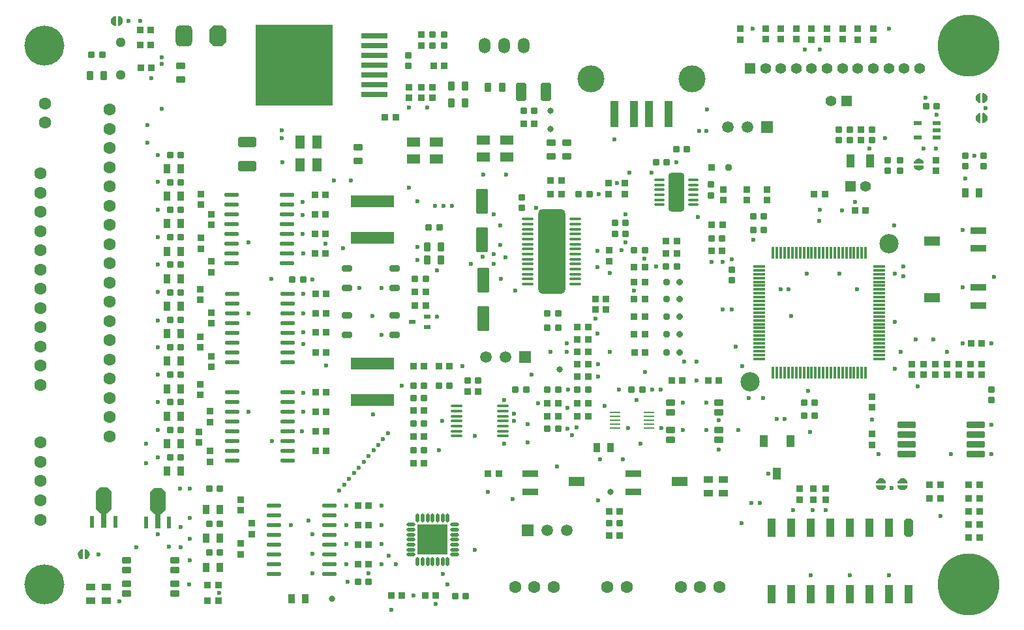
<source format=gts>
G04*
G04 #@! TF.GenerationSoftware,Altium Limited,Altium Designer,19.0.14 (431)*
G04*
G04 Layer_Color=8388736*
%FSAX24Y24*%
%MOIN*%
G70*
G01*
G75*
G04:AMPARAMS|DCode=20|XSize=126mil|YSize=63mil|CornerRadius=6.3mil|HoleSize=0mil|Usage=FLASHONLY|Rotation=90.000|XOffset=0mil|YOffset=0mil|HoleType=Round|Shape=RoundedRectangle|*
%AMROUNDEDRECTD20*
21,1,0.1260,0.0504,0,0,90.0*
21,1,0.1134,0.0630,0,0,90.0*
1,1,0.0126,0.0252,0.0567*
1,1,0.0126,0.0252,-0.0567*
1,1,0.0126,-0.0252,-0.0567*
1,1,0.0126,-0.0252,0.0567*
%
%ADD20ROUNDEDRECTD20*%
%ADD24R,0.2244X0.0630*%
%ADD28R,0.0394X0.1339*%
%ADD29P,0.0341X8X202.5*%
G04:AMPARAMS|DCode=30|XSize=31.5mil|YSize=31.5mil|CornerRadius=7.9mil|HoleSize=0mil|Usage=FLASHONLY|Rotation=180.000|XOffset=0mil|YOffset=0mil|HoleType=Round|Shape=RoundedRectangle|*
%AMROUNDEDRECTD30*
21,1,0.0315,0.0157,0,0,180.0*
21,1,0.0157,0.0315,0,0,180.0*
1,1,0.0157,-0.0079,0.0079*
1,1,0.0157,0.0079,0.0079*
1,1,0.0157,0.0079,-0.0079*
1,1,0.0157,-0.0079,-0.0079*
%
%ADD30ROUNDEDRECTD30*%
G04:AMPARAMS|DCode=31|XSize=19.7mil|YSize=70.9mil|CornerRadius=3mil|HoleSize=0mil|Usage=FLASHONLY|Rotation=90.000|XOffset=0mil|YOffset=0mil|HoleType=Round|Shape=RoundedRectangle|*
%AMROUNDEDRECTD31*
21,1,0.0197,0.0650,0,0,90.0*
21,1,0.0138,0.0709,0,0,90.0*
1,1,0.0059,0.0325,0.0069*
1,1,0.0059,0.0325,-0.0069*
1,1,0.0059,-0.0325,-0.0069*
1,1,0.0059,-0.0325,0.0069*
%
%ADD31ROUNDEDRECTD31*%
G04:AMPARAMS|DCode=32|XSize=96.1mil|YSize=44.5mil|CornerRadius=0mil|HoleSize=0mil|Usage=FLASHONLY|Rotation=270.000|XOffset=0mil|YOffset=0mil|HoleType=Round|Shape=Octagon|*
%AMOCTAGOND32*
4,1,8,-0.0111,-0.0480,0.0111,-0.0480,0.0222,-0.0369,0.0222,0.0369,0.0111,0.0480,-0.0111,0.0480,-0.0222,0.0369,-0.0222,-0.0369,-0.0111,-0.0480,0.0*
%
%ADD32OCTAGOND32*%

%ADD33R,0.0445X0.0961*%
G04:AMPARAMS|DCode=34|XSize=78.7mil|YSize=133.9mil|CornerRadius=0mil|HoleSize=0mil|Usage=FLASHONLY|Rotation=180.000|XOffset=0mil|YOffset=0mil|HoleType=Round|Shape=Octagon|*
%AMOCTAGOND34*
4,1,8,0.0197,-0.0669,-0.0197,-0.0669,-0.0394,-0.0472,-0.0394,0.0472,-0.0197,0.0669,0.0197,0.0669,0.0394,0.0472,0.0394,-0.0472,0.0197,-0.0669,0.0*
%
%ADD34OCTAGOND34*%

%ADD35R,0.0236X0.0591*%
%ADD36R,0.0276X0.0787*%
%ADD38R,0.3937X0.4154*%
%ADD39R,0.1378X0.0315*%
G04:AMPARAMS|DCode=40|XSize=11.8mil|YSize=59.1mil|CornerRadius=1.8mil|HoleSize=0mil|Usage=FLASHONLY|Rotation=270.000|XOffset=0mil|YOffset=0mil|HoleType=Round|Shape=RoundedRectangle|*
%AMROUNDEDRECTD40*
21,1,0.0118,0.0555,0,0,270.0*
21,1,0.0083,0.0591,0,0,270.0*
1,1,0.0035,-0.0278,-0.0041*
1,1,0.0035,-0.0278,0.0041*
1,1,0.0035,0.0278,0.0041*
1,1,0.0035,0.0278,-0.0041*
%
%ADD40ROUNDEDRECTD40*%
G04:AMPARAMS|DCode=41|XSize=433.1mil|YSize=137.8mil|CornerRadius=20.7mil|HoleSize=0mil|Usage=FLASHONLY|Rotation=270.000|XOffset=0mil|YOffset=0mil|HoleType=Round|Shape=RoundedRectangle|*
%AMROUNDEDRECTD41*
21,1,0.4331,0.0965,0,0,270.0*
21,1,0.3917,0.1378,0,0,270.0*
1,1,0.0413,-0.0482,-0.1959*
1,1,0.0413,-0.0482,0.1959*
1,1,0.0413,0.0482,0.1959*
1,1,0.0413,0.0482,-0.1959*
%
%ADD41ROUNDEDRECTD41*%
%ADD42R,0.0394X0.0709*%
G04:AMPARAMS|DCode=43|XSize=21.7mil|YSize=43.3mil|CornerRadius=2.2mil|HoleSize=0mil|Usage=FLASHONLY|Rotation=90.000|XOffset=0mil|YOffset=0mil|HoleType=Round|Shape=RoundedRectangle|*
%AMROUNDEDRECTD43*
21,1,0.0217,0.0390,0,0,90.0*
21,1,0.0173,0.0433,0,0,90.0*
1,1,0.0043,0.0195,0.0087*
1,1,0.0043,0.0195,-0.0087*
1,1,0.0043,-0.0195,-0.0087*
1,1,0.0043,-0.0195,0.0087*
%
%ADD43ROUNDEDRECTD43*%
G04:AMPARAMS|DCode=44|XSize=13.8mil|YSize=51.2mil|CornerRadius=2.1mil|HoleSize=0mil|Usage=FLASHONLY|Rotation=90.000|XOffset=0mil|YOffset=0mil|HoleType=Round|Shape=RoundedRectangle|*
%AMROUNDEDRECTD44*
21,1,0.0138,0.0470,0,0,90.0*
21,1,0.0096,0.0512,0,0,90.0*
1,1,0.0041,0.0235,0.0048*
1,1,0.0041,0.0235,-0.0048*
1,1,0.0041,-0.0235,-0.0048*
1,1,0.0041,-0.0235,0.0048*
%
%ADD44ROUNDEDRECTD44*%
G04:AMPARAMS|DCode=45|XSize=196.9mil|YSize=78.7mil|CornerRadius=11.8mil|HoleSize=0mil|Usage=FLASHONLY|Rotation=90.000|XOffset=0mil|YOffset=0mil|HoleType=Round|Shape=RoundedRectangle|*
%AMROUNDEDRECTD45*
21,1,0.1969,0.0551,0,0,90.0*
21,1,0.1732,0.0787,0,0,90.0*
1,1,0.0236,0.0276,0.0866*
1,1,0.0236,0.0276,-0.0866*
1,1,0.0236,-0.0276,-0.0866*
1,1,0.0236,-0.0276,0.0866*
%
%ADD45ROUNDEDRECTD45*%
%ADD46C,0.0079*%
G04:AMPARAMS|DCode=47|XSize=9.8mil|YSize=51.2mil|CornerRadius=1.5mil|HoleSize=0mil|Usage=FLASHONLY|Rotation=270.000|XOffset=0mil|YOffset=0mil|HoleType=Round|Shape=RoundedRectangle|*
%AMROUNDEDRECTD47*
21,1,0.0098,0.0482,0,0,270.0*
21,1,0.0069,0.0512,0,0,270.0*
1,1,0.0030,-0.0241,-0.0034*
1,1,0.0030,-0.0241,0.0034*
1,1,0.0030,0.0241,0.0034*
1,1,0.0030,0.0241,-0.0034*
%
%ADD47ROUNDEDRECTD47*%
G04:AMPARAMS|DCode=48|XSize=39.4mil|YSize=63mil|CornerRadius=3.9mil|HoleSize=0mil|Usage=FLASHONLY|Rotation=0.000|XOffset=0mil|YOffset=0mil|HoleType=Round|Shape=RoundedRectangle|*
%AMROUNDEDRECTD48*
21,1,0.0394,0.0551,0,0,0.0*
21,1,0.0315,0.0630,0,0,0.0*
1,1,0.0079,0.0157,-0.0276*
1,1,0.0079,-0.0157,-0.0276*
1,1,0.0079,-0.0157,0.0276*
1,1,0.0079,0.0157,0.0276*
%
%ADD48ROUNDEDRECTD48*%
%ADD49R,0.0787X0.0354*%
%ADD50R,0.0787X0.0512*%
G04:AMPARAMS|DCode=51|XSize=31.5mil|YSize=47.2mil|CornerRadius=4.7mil|HoleSize=0mil|Usage=FLASHONLY|Rotation=270.000|XOffset=0mil|YOffset=0mil|HoleType=Round|Shape=RoundedRectangle|*
%AMROUNDEDRECTD51*
21,1,0.0315,0.0378,0,0,270.0*
21,1,0.0220,0.0472,0,0,270.0*
1,1,0.0094,-0.0189,-0.0110*
1,1,0.0094,-0.0189,0.0110*
1,1,0.0094,0.0189,0.0110*
1,1,0.0094,0.0189,-0.0110*
%
%ADD51ROUNDEDRECTD51*%
G04:AMPARAMS|DCode=53|XSize=85mil|YSize=108mil|CornerRadius=0mil|HoleSize=0mil|Usage=FLASHONLY|Rotation=180.000|XOffset=0mil|YOffset=0mil|HoleType=Round|Shape=Octagon|*
%AMOCTAGOND53*
4,1,8,0.0213,-0.0540,-0.0213,-0.0540,-0.0425,-0.0327,-0.0425,0.0327,-0.0213,0.0540,0.0213,0.0540,0.0425,0.0327,0.0425,-0.0327,0.0213,-0.0540,0.0*
%
%ADD53OCTAGOND53*%

G04:AMPARAMS|DCode=54|XSize=85mil|YSize=108mil|CornerRadius=21.3mil|HoleSize=0mil|Usage=FLASHONLY|Rotation=180.000|XOffset=0mil|YOffset=0mil|HoleType=Round|Shape=RoundedRectangle|*
%AMROUNDEDRECTD54*
21,1,0.0850,0.0655,0,0,180.0*
21,1,0.0425,0.1080,0,0,180.0*
1,1,0.0425,-0.0213,0.0327*
1,1,0.0425,0.0213,0.0327*
1,1,0.0425,0.0213,-0.0327*
1,1,0.0425,-0.0213,-0.0327*
%
%ADD54ROUNDEDRECTD54*%
%ADD59P,0.0384X8X202.5*%
G04:AMPARAMS|DCode=60|XSize=35.4mil|YSize=35.4mil|CornerRadius=5.3mil|HoleSize=0mil|Usage=FLASHONLY|Rotation=180.000|XOffset=0mil|YOffset=0mil|HoleType=Round|Shape=RoundedRectangle|*
%AMROUNDEDRECTD60*
21,1,0.0354,0.0248,0,0,180.0*
21,1,0.0248,0.0354,0,0,180.0*
1,1,0.0106,-0.0124,0.0124*
1,1,0.0106,0.0124,0.0124*
1,1,0.0106,0.0124,-0.0124*
1,1,0.0106,-0.0124,-0.0124*
%
%ADD60ROUNDEDRECTD60*%
%ADD61R,0.0669X0.0512*%
G04:AMPARAMS|DCode=62|XSize=21.7mil|YSize=35.4mil|CornerRadius=2.2mil|HoleSize=0mil|Usage=FLASHONLY|Rotation=90.000|XOffset=0mil|YOffset=0mil|HoleType=Round|Shape=RoundedRectangle|*
%AMROUNDEDRECTD62*
21,1,0.0217,0.0311,0,0,90.0*
21,1,0.0173,0.0354,0,0,90.0*
1,1,0.0043,0.0156,0.0087*
1,1,0.0043,0.0156,-0.0087*
1,1,0.0043,-0.0156,-0.0087*
1,1,0.0043,-0.0156,0.0087*
%
%ADD62ROUNDEDRECTD62*%
G04:AMPARAMS|DCode=63|XSize=31.5mil|YSize=51.2mil|CornerRadius=4.7mil|HoleSize=0mil|Usage=FLASHONLY|Rotation=90.000|XOffset=0mil|YOffset=0mil|HoleType=Round|Shape=RoundedRectangle|*
%AMROUNDEDRECTD63*
21,1,0.0315,0.0417,0,0,90.0*
21,1,0.0220,0.0512,0,0,90.0*
1,1,0.0094,0.0209,0.0110*
1,1,0.0094,0.0209,-0.0110*
1,1,0.0094,-0.0209,-0.0110*
1,1,0.0094,-0.0209,0.0110*
%
%ADD63ROUNDEDRECTD63*%
%ADD66R,0.0512X0.0669*%
%ADD68C,0.0984*%
%ADD69R,0.0335X0.0354*%
%ADD70R,0.0354X0.0335*%
G04:AMPARAMS|DCode=71|XSize=33.5mil|YSize=33.5mil|CornerRadius=4.9mil|HoleSize=0mil|Usage=FLASHONLY|Rotation=270.000|XOffset=0mil|YOffset=0mil|HoleType=Round|Shape=RoundedRectangle|*
%AMROUNDEDRECTD71*
21,1,0.0335,0.0236,0,0,270.0*
21,1,0.0236,0.0335,0,0,270.0*
1,1,0.0098,-0.0118,-0.0118*
1,1,0.0098,-0.0118,0.0118*
1,1,0.0098,0.0118,0.0118*
1,1,0.0098,0.0118,-0.0118*
%
%ADD71ROUNDEDRECTD71*%
%ADD72O,0.0449X0.0201*%
%ADD73O,0.0201X0.0449*%
%ADD74R,0.1575X0.1575*%
G04:AMPARAMS|DCode=75|XSize=47.2mil|YSize=35.4mil|CornerRadius=5.1mil|HoleSize=0mil|Usage=FLASHONLY|Rotation=90.000|XOffset=0mil|YOffset=0mil|HoleType=Round|Shape=RoundedRectangle|*
%AMROUNDEDRECTD75*
21,1,0.0472,0.0252,0,0,90.0*
21,1,0.0370,0.0354,0,0,90.0*
1,1,0.0102,0.0126,0.0185*
1,1,0.0102,0.0126,-0.0185*
1,1,0.0102,-0.0126,-0.0185*
1,1,0.0102,-0.0126,0.0185*
%
%ADD75ROUNDEDRECTD75*%
G04:AMPARAMS|DCode=76|XSize=31.5mil|YSize=94.5mil|CornerRadius=4.7mil|HoleSize=0mil|Usage=FLASHONLY|Rotation=270.000|XOffset=0mil|YOffset=0mil|HoleType=Round|Shape=RoundedRectangle|*
%AMROUNDEDRECTD76*
21,1,0.0315,0.0850,0,0,270.0*
21,1,0.0220,0.0945,0,0,270.0*
1,1,0.0094,-0.0425,-0.0110*
1,1,0.0094,-0.0425,0.0110*
1,1,0.0094,0.0425,0.0110*
1,1,0.0094,0.0425,-0.0110*
%
%ADD76ROUNDEDRECTD76*%
%ADD77C,0.0159*%
%ADD78R,0.0512X0.0354*%
G04:AMPARAMS|DCode=79|XSize=51.2mil|YSize=94.5mil|CornerRadius=6.7mil|HoleSize=0mil|Usage=FLASHONLY|Rotation=270.000|XOffset=0mil|YOffset=0mil|HoleType=Round|Shape=RoundedRectangle|*
%AMROUNDEDRECTD79*
21,1,0.0512,0.0811,0,0,270.0*
21,1,0.0378,0.0945,0,0,270.0*
1,1,0.0134,-0.0406,-0.0189*
1,1,0.0134,-0.0406,0.0189*
1,1,0.0134,0.0406,0.0189*
1,1,0.0134,0.0406,-0.0189*
%
%ADD79ROUNDEDRECTD79*%
G04:AMPARAMS|DCode=80|XSize=33.5mil|YSize=33.5mil|CornerRadius=4.9mil|HoleSize=0mil|Usage=FLASHONLY|Rotation=180.000|XOffset=0mil|YOffset=0mil|HoleType=Round|Shape=RoundedRectangle|*
%AMROUNDEDRECTD80*
21,1,0.0335,0.0236,0,0,180.0*
21,1,0.0236,0.0335,0,0,180.0*
1,1,0.0098,-0.0118,0.0118*
1,1,0.0098,0.0118,0.0118*
1,1,0.0098,0.0118,-0.0118*
1,1,0.0098,-0.0118,-0.0118*
%
%ADD80ROUNDEDRECTD80*%
%ADD81C,0.0315*%
%ADD82O,0.0626X0.0154*%
%ADD83O,0.0154X0.0626*%
%ADD84R,0.0354X0.0512*%
G04:AMPARAMS|DCode=85|XSize=47.2mil|YSize=35.4mil|CornerRadius=5.1mil|HoleSize=0mil|Usage=FLASHONLY|Rotation=0.000|XOffset=0mil|YOffset=0mil|HoleType=Round|Shape=RoundedRectangle|*
%AMROUNDEDRECTD85*
21,1,0.0472,0.0252,0,0,0.0*
21,1,0.0370,0.0354,0,0,0.0*
1,1,0.0102,0.0185,-0.0126*
1,1,0.0102,-0.0185,-0.0126*
1,1,0.0102,-0.0185,0.0126*
1,1,0.0102,0.0185,0.0126*
%
%ADD85ROUNDEDRECTD85*%
G04:AMPARAMS|DCode=86|XSize=51.2mil|YSize=94.5mil|CornerRadius=6.7mil|HoleSize=0mil|Usage=FLASHONLY|Rotation=180.000|XOffset=0mil|YOffset=0mil|HoleType=Round|Shape=RoundedRectangle|*
%AMROUNDEDRECTD86*
21,1,0.0512,0.0811,0,0,180.0*
21,1,0.0378,0.0945,0,0,180.0*
1,1,0.0134,-0.0189,0.0406*
1,1,0.0134,0.0189,0.0406*
1,1,0.0134,0.0189,-0.0406*
1,1,0.0134,-0.0189,-0.0406*
%
%ADD86ROUNDEDRECTD86*%
%ADD87C,0.0236*%
%ADD88C,0.2047*%
%ADD89C,0.1378*%
%ADD90C,0.0551*%
%ADD91R,0.0551X0.0551*%
%ADD92R,0.0591X0.0591*%
%ADD93C,0.0591*%
%ADD94O,0.0591X0.0787*%
%ADD95C,0.0630*%
%ADD96C,0.3150*%
%ADD97C,0.0512*%
G36*
X005619Y031037D02*
X005619Y030531D01*
X005610Y030531D01*
X005591Y030533D01*
X005572Y030536D01*
X005554Y030540D01*
X005545Y030543D01*
X005545Y030543D01*
X005499Y030557D01*
X005424Y030615D01*
X005375Y030697D01*
X005360Y030791D01*
X005369Y030837D01*
Y030837D01*
X005376Y030881D01*
X005421Y030958D01*
X005491Y031013D01*
X005575Y031040D01*
X005619Y031037D01*
D02*
G37*
G36*
X005848Y031013D02*
X005917Y030958D01*
X005962Y030881D01*
X005969Y030837D01*
X005969Y030837D01*
X005979Y030791D01*
X005963Y030697D01*
X005914Y030615D01*
X005840Y030557D01*
X005794Y030543D01*
X005794Y030543D01*
X005785Y030540D01*
X005766Y030536D01*
X005748Y030533D01*
X005729Y030531D01*
X005719Y030531D01*
X005719Y031037D01*
X005764Y031040D01*
X005848Y031013D01*
D02*
G37*
G36*
X049814Y027100D02*
X049814Y026594D01*
X049804Y026594D01*
X049785Y026596D01*
X049767Y026599D01*
X049748Y026603D01*
X049739Y026606D01*
X049739Y026606D01*
X049694Y026620D01*
X049619Y026678D01*
X049570Y026760D01*
X049554Y026854D01*
X049564Y026900D01*
Y026900D01*
X049571Y026944D01*
X049616Y027021D01*
X049685Y027076D01*
X049770Y027103D01*
X049814Y027100D01*
D02*
G37*
G36*
X050043Y027076D02*
X050112Y027021D01*
X050157Y026944D01*
X050164Y026900D01*
X050164Y026900D01*
X050173Y026854D01*
X050158Y026760D01*
X050109Y026678D01*
X050034Y026620D01*
X049989Y026606D01*
X049989Y026606D01*
X049979Y026603D01*
X049961Y026599D01*
X049942Y026596D01*
X049923Y026594D01*
X049914Y026594D01*
X049914Y027100D01*
X049958Y027103D01*
X050043Y027076D01*
D02*
G37*
G36*
X049814Y026076D02*
X049814Y025571D01*
X049804Y025571D01*
X049785Y025572D01*
X049767Y025575D01*
X049748Y025579D01*
X049739Y025582D01*
X049739Y025582D01*
X049694Y025596D01*
X049619Y025655D01*
X049570Y025736D01*
X049554Y025830D01*
X049564Y025877D01*
Y025877D01*
X049571Y025921D01*
X049616Y025997D01*
X049685Y026052D01*
X049770Y026079D01*
X049814Y026076D01*
D02*
G37*
G36*
X050043Y026052D02*
X050112Y025997D01*
X050157Y025921D01*
X050164Y025877D01*
X050164Y025877D01*
X050173Y025830D01*
X050158Y025736D01*
X050109Y025655D01*
X050034Y025596D01*
X049989Y025582D01*
X049989Y025582D01*
X049979Y025579D01*
X049961Y025575D01*
X049942Y025572D01*
X049923Y025571D01*
X049914Y025571D01*
X049914Y026076D01*
X049958Y026079D01*
X050043Y026052D01*
D02*
G37*
G36*
X046744Y023740D02*
X046826Y023692D01*
X046884Y023617D01*
X046898Y023571D01*
X046898Y023571D01*
X046901Y023562D01*
X046905Y023544D01*
X046908Y023525D01*
X046909Y023506D01*
X046909Y023496D01*
X046404Y023496D01*
X046401Y023541D01*
X046428Y023625D01*
X046483Y023695D01*
X046560Y023739D01*
X046604Y023746D01*
X046604Y023746D01*
X046650Y023756D01*
X046744Y023740D01*
D02*
G37*
G36*
X046909Y023387D02*
X046908Y023368D01*
X046905Y023349D01*
X046901Y023331D01*
X046898Y023322D01*
X046898Y023322D01*
X046884Y023276D01*
X046826Y023201D01*
X046744Y023153D01*
X046650Y023137D01*
X046604Y023146D01*
X046604D01*
X046560Y023154D01*
X046483Y023198D01*
X046428Y023268D01*
X046401Y023352D01*
X046404Y023396D01*
X046909Y023396D01*
X046909Y023387D01*
D02*
G37*
G36*
X045917Y007380D02*
X045999Y007332D01*
X046057Y007257D01*
X046071Y007211D01*
X046071Y007211D01*
X046074Y007202D01*
X046078Y007184D01*
X046081Y007165D01*
X046083Y007146D01*
X046083Y007137D01*
X045577Y007137D01*
X045575Y007181D01*
X045601Y007265D01*
X045657Y007335D01*
X045733Y007379D01*
X045777Y007387D01*
X045777Y007387D01*
X045823Y007396D01*
X045917Y007380D01*
D02*
G37*
G36*
X044815D02*
X044896Y007332D01*
X044955Y007257D01*
X044969Y007211D01*
X044969Y007211D01*
X044972Y007202D01*
X044976Y007184D01*
X044979Y007165D01*
X044980Y007146D01*
X044980Y007137D01*
X044475Y007137D01*
X044472Y007181D01*
X044499Y007265D01*
X044554Y007335D01*
X044631Y007379D01*
X044674Y007387D01*
X044674Y007387D01*
X044721Y007396D01*
X044815Y007380D01*
D02*
G37*
G36*
X046083Y007027D02*
X046081Y007008D01*
X046078Y006989D01*
X046074Y006971D01*
X046071Y006962D01*
X046071Y006962D01*
X046057Y006916D01*
X045999Y006841D01*
X045917Y006793D01*
X045823Y006777D01*
X045777Y006787D01*
X045777D01*
X045733Y006794D01*
X045657Y006839D01*
X045601Y006908D01*
X045575Y006992D01*
X045577Y007037D01*
X046083Y007037D01*
X046083Y007027D01*
D02*
G37*
G36*
X044980D02*
X044979Y007008D01*
X044976Y006989D01*
X044972Y006971D01*
X044969Y006962D01*
X044969Y006962D01*
X044955Y006916D01*
X044896Y006841D01*
X044815Y006793D01*
X044721Y006777D01*
X044674Y006787D01*
X044674D01*
X044631Y006794D01*
X044554Y006839D01*
X044499Y006908D01*
X044472Y006992D01*
X044475Y007037D01*
X044980Y007037D01*
X044980Y007027D01*
D02*
G37*
G36*
X003926Y003753D02*
X003926Y003248D01*
X003917Y003248D01*
X003898Y003249D01*
X003879Y003252D01*
X003861Y003257D01*
X003852Y003259D01*
X003852Y003259D01*
X003806Y003273D01*
X003731Y003332D01*
X003683Y003414D01*
X003667Y003507D01*
X003676Y003554D01*
Y003554D01*
X003684Y003598D01*
X003728Y003674D01*
X003798Y003729D01*
X003882Y003756D01*
X003926Y003753D01*
D02*
G37*
G36*
X004155Y003729D02*
X004224Y003674D01*
X004269Y003598D01*
X004276Y003554D01*
X004276Y003554D01*
X004286Y003507D01*
X004270Y003414D01*
X004222Y003332D01*
X004147Y003273D01*
X004101Y003259D01*
X004101Y003259D01*
X004092Y003257D01*
X004074Y003252D01*
X004055Y003249D01*
X004036Y003248D01*
X004026Y003248D01*
X004026Y003753D01*
X004071Y003756D01*
X004155Y003729D01*
D02*
G37*
D20*
X024390Y017520D02*
D03*
Y015551D02*
D03*
X024331Y021575D02*
D03*
Y019606D02*
D03*
D24*
X018740Y021555D02*
D03*
Y019705D02*
D03*
Y013248D02*
D03*
Y011398D02*
D03*
D28*
X033858Y026024D02*
D03*
X031102D02*
D03*
X032087D02*
D03*
X032874D02*
D03*
D29*
X034449Y017441D02*
D03*
Y013819D02*
D03*
Y016549D02*
D03*
Y015669D02*
D03*
Y014764D02*
D03*
D30*
X033780Y017441D02*
D03*
Y013819D02*
D03*
Y016549D02*
D03*
Y015669D02*
D03*
Y014764D02*
D03*
D31*
X014370Y021896D02*
D03*
X011535D02*
D03*
X014370Y021396D02*
D03*
X011535D02*
D03*
Y020896D02*
D03*
X014370D02*
D03*
X011535Y020396D02*
D03*
X014370D02*
D03*
X011535Y019896D02*
D03*
X014370D02*
D03*
X011535Y019396D02*
D03*
X014370D02*
D03*
X011535Y018896D02*
D03*
X014370D02*
D03*
X011535Y018396D02*
D03*
X014370D02*
D03*
X014409Y008287D02*
D03*
X011575D02*
D03*
X014409Y008787D02*
D03*
X011575D02*
D03*
X014409Y009287D02*
D03*
X011575D02*
D03*
X014409Y009787D02*
D03*
X011575D02*
D03*
X014409Y010287D02*
D03*
X011575D02*
D03*
X014409Y010787D02*
D03*
X011575D02*
D03*
Y011287D02*
D03*
X014409D02*
D03*
X011575Y011787D02*
D03*
X014409D02*
D03*
Y016829D02*
D03*
X011575D02*
D03*
X014409Y016329D02*
D03*
X011575D02*
D03*
Y015829D02*
D03*
X014409D02*
D03*
X011575Y015329D02*
D03*
X014409D02*
D03*
X011575Y014829D02*
D03*
X014409D02*
D03*
X011575Y014329D02*
D03*
X014409D02*
D03*
X011575Y013829D02*
D03*
X014409D02*
D03*
X011575Y013329D02*
D03*
X014409D02*
D03*
X016535Y002494D02*
D03*
X013701D02*
D03*
X016535Y002994D02*
D03*
X013701D02*
D03*
X016535Y003494D02*
D03*
X013701D02*
D03*
X016535Y003994D02*
D03*
X013701D02*
D03*
X016535Y004494D02*
D03*
X013701D02*
D03*
X016535Y004994D02*
D03*
X013701D02*
D03*
Y005494D02*
D03*
X016535D02*
D03*
X013701Y005994D02*
D03*
X016535D02*
D03*
D32*
X046134Y004843D02*
D03*
D33*
X045134D02*
D03*
X044134D02*
D03*
X043134D02*
D03*
X042134D02*
D03*
X041134D02*
D03*
X040134D02*
D03*
X039134D02*
D03*
X046134Y001457D02*
D03*
X045134D02*
D03*
X044134D02*
D03*
X043134D02*
D03*
X042134D02*
D03*
X041134D02*
D03*
X040134D02*
D03*
X039134D02*
D03*
D34*
X007756Y006220D02*
D03*
X005000Y006260D02*
D03*
D35*
X008346Y005118D02*
D03*
X007165D02*
D03*
X004409Y005157D02*
D03*
X005591D02*
D03*
D36*
X007756Y005217D02*
D03*
X005000Y005256D02*
D03*
D38*
X014724Y028539D02*
D03*
D39*
X018819Y030039D02*
D03*
Y029539D02*
D03*
Y029039D02*
D03*
Y028539D02*
D03*
Y028039D02*
D03*
Y027539D02*
D03*
Y027039D02*
D03*
D40*
X029110Y017323D02*
D03*
Y017579D02*
D03*
Y017835D02*
D03*
Y018091D02*
D03*
Y018346D02*
D03*
Y018602D02*
D03*
Y018858D02*
D03*
Y019114D02*
D03*
Y019370D02*
D03*
Y019626D02*
D03*
Y019882D02*
D03*
Y020138D02*
D03*
Y020394D02*
D03*
Y020650D02*
D03*
X026669Y017323D02*
D03*
Y017579D02*
D03*
Y017835D02*
D03*
Y018091D02*
D03*
Y018346D02*
D03*
Y018602D02*
D03*
Y018858D02*
D03*
Y019114D02*
D03*
Y019370D02*
D03*
Y019626D02*
D03*
Y019882D02*
D03*
Y020138D02*
D03*
Y020394D02*
D03*
Y020650D02*
D03*
X025394Y009547D02*
D03*
Y009803D02*
D03*
Y010059D02*
D03*
Y010315D02*
D03*
Y010571D02*
D03*
Y010827D02*
D03*
Y011083D02*
D03*
X023031Y009547D02*
D03*
Y009803D02*
D03*
Y010059D02*
D03*
Y010315D02*
D03*
Y010571D02*
D03*
Y010827D02*
D03*
Y011083D02*
D03*
D41*
X027890Y018986D02*
D03*
D42*
X043169Y023622D02*
D03*
X044154D02*
D03*
D43*
X046614Y024823D02*
D03*
Y025571D02*
D03*
X047559D02*
D03*
Y025197D02*
D03*
Y024823D02*
D03*
D44*
X035118Y022146D02*
D03*
Y022402D02*
D03*
Y022657D02*
D03*
Y021890D02*
D03*
X033386D02*
D03*
Y022146D02*
D03*
Y022402D02*
D03*
Y022657D02*
D03*
Y021634D02*
D03*
Y021378D02*
D03*
X035118D02*
D03*
Y021634D02*
D03*
D45*
X034252Y022018D02*
D03*
D46*
X044724Y006911D02*
D03*
X005494Y030787D02*
D03*
X049688Y025827D02*
D03*
X046654Y023271D02*
D03*
X049688Y026850D02*
D03*
X045827Y006911D02*
D03*
X003801Y003504D02*
D03*
D47*
X031142Y010748D02*
D03*
Y010551D02*
D03*
Y010354D02*
D03*
Y010157D02*
D03*
Y009961D02*
D03*
X032874Y010748D02*
D03*
Y010551D02*
D03*
Y010354D02*
D03*
Y010157D02*
D03*
Y009961D02*
D03*
D48*
X039409Y007638D02*
D03*
X040098Y009291D02*
D03*
X038720D02*
D03*
D49*
X049685Y017156D02*
D03*
Y016230D02*
D03*
X032070Y007628D02*
D03*
Y006703D02*
D03*
X026811D02*
D03*
Y007628D02*
D03*
X049685Y019144D02*
D03*
Y020069D02*
D03*
D50*
X047323Y016624D02*
D03*
X034433Y007234D02*
D03*
X029173D02*
D03*
X047323Y019537D02*
D03*
D51*
X036437Y011260D02*
D03*
Y010760D02*
D03*
X033957D02*
D03*
Y011260D02*
D03*
X008642Y002703D02*
D03*
Y003203D02*
D03*
X006161D02*
D03*
Y002703D02*
D03*
Y001482D02*
D03*
Y001982D02*
D03*
X008642D02*
D03*
Y001482D02*
D03*
X033957Y009856D02*
D03*
Y009356D02*
D03*
X036437D02*
D03*
Y009856D02*
D03*
D53*
X010831Y030020D02*
D03*
D54*
X009091D02*
D03*
D59*
X036929Y023307D02*
D03*
D60*
X036063D02*
D03*
D61*
X024409Y023819D02*
D03*
X025591D02*
D03*
X024409Y024685D02*
D03*
X025591D02*
D03*
X020827Y023740D02*
D03*
X022008D02*
D03*
X020827Y024606D02*
D03*
X022008D02*
D03*
D62*
X021516Y015138D02*
D03*
Y015650D02*
D03*
X020768Y015394D02*
D03*
D63*
X017441Y017138D02*
D03*
Y018138D02*
D03*
X019882D02*
D03*
Y017138D02*
D03*
Y014736D02*
D03*
Y015736D02*
D03*
X017441D02*
D03*
Y014736D02*
D03*
D66*
X015906Y023425D02*
D03*
Y024606D02*
D03*
X015039Y023425D02*
D03*
Y024606D02*
D03*
D68*
X038031Y012323D02*
D03*
X045118Y019409D02*
D03*
D69*
X029764Y010551D02*
D03*
X029213D02*
D03*
X020906Y016220D02*
D03*
X021457D02*
D03*
X028228Y010551D02*
D03*
X027677D02*
D03*
X020906Y016914D02*
D03*
X021457D02*
D03*
X030669Y016024D02*
D03*
X030118D02*
D03*
X007402Y030315D02*
D03*
X006850D02*
D03*
X049764Y007047D02*
D03*
X049213D02*
D03*
Y006352D02*
D03*
X049764D02*
D03*
X049331Y014291D02*
D03*
X049882D02*
D03*
X033740Y019528D02*
D03*
X034291D02*
D03*
Y018883D02*
D03*
X033740D02*
D03*
X049213Y004370D02*
D03*
X049764D02*
D03*
Y005031D02*
D03*
X049213D02*
D03*
Y005691D02*
D03*
X049764D02*
D03*
X047756Y006352D02*
D03*
X047205D02*
D03*
Y007047D02*
D03*
X047756D02*
D03*
X032657Y016549D02*
D03*
X032106D02*
D03*
Y015656D02*
D03*
X032657D02*
D03*
Y014764D02*
D03*
X032106D02*
D03*
Y017441D02*
D03*
X032657D02*
D03*
X019921Y025866D02*
D03*
X019370D02*
D03*
X021852Y028504D02*
D03*
X022404D02*
D03*
X016378Y008780D02*
D03*
X015827D02*
D03*
Y009803D02*
D03*
X016378D02*
D03*
Y010787D02*
D03*
X015827D02*
D03*
Y011787D02*
D03*
X016378D02*
D03*
X018543Y002992D02*
D03*
X017992D02*
D03*
Y004002D02*
D03*
X018543D02*
D03*
Y005000D02*
D03*
X017992D02*
D03*
Y006002D02*
D03*
X018543D02*
D03*
X016378Y016829D02*
D03*
X015827D02*
D03*
Y015827D02*
D03*
X016378D02*
D03*
Y014843D02*
D03*
X015827D02*
D03*
Y013819D02*
D03*
X016378D02*
D03*
X016339Y021896D02*
D03*
X015787D02*
D03*
Y020896D02*
D03*
X016339D02*
D03*
Y019896D02*
D03*
X015787D02*
D03*
X015785Y018884D02*
D03*
X016337D02*
D03*
X007441Y028386D02*
D03*
X006890D02*
D03*
X020825Y009528D02*
D03*
X021376D02*
D03*
X020825Y008150D02*
D03*
X021376D02*
D03*
X028228Y011220D02*
D03*
X027677D02*
D03*
X029213D02*
D03*
X029764D02*
D03*
X020825Y010844D02*
D03*
X021376D02*
D03*
X031378Y004449D02*
D03*
X030827D02*
D03*
X021378Y013110D02*
D03*
X020827D02*
D03*
X030827Y005709D02*
D03*
X031378D02*
D03*
X022677Y013110D02*
D03*
X022126D02*
D03*
X025197Y007638D02*
D03*
X024646D02*
D03*
X029213Y015118D02*
D03*
X029764D02*
D03*
X030118Y016575D02*
D03*
X030669D02*
D03*
X032657Y018189D02*
D03*
X032106D02*
D03*
X027835Y022638D02*
D03*
X028386D02*
D03*
X029760Y014488D02*
D03*
X029209D02*
D03*
X027835Y021929D02*
D03*
X028386D02*
D03*
X029213Y013228D02*
D03*
X029764D02*
D03*
X029213Y012598D02*
D03*
X029764D02*
D03*
X043937Y021102D02*
D03*
X043386D02*
D03*
X041299Y021929D02*
D03*
X041850D02*
D03*
X036616Y020354D02*
D03*
X036065D02*
D03*
X010315Y001929D02*
D03*
X010866D02*
D03*
X029760Y013858D02*
D03*
X029209D02*
D03*
X010866Y001128D02*
D03*
X010315D02*
D03*
X034579Y012402D02*
D03*
X034028D02*
D03*
X036437D02*
D03*
X035886D02*
D03*
X023583Y011811D02*
D03*
X024134D02*
D03*
X019685Y001378D02*
D03*
X020236D02*
D03*
X021417D02*
D03*
X021969D02*
D03*
X026457Y025512D02*
D03*
X027008D02*
D03*
X006850Y029567D02*
D03*
X007402D02*
D03*
X036063Y019016D02*
D03*
X036614D02*
D03*
X032677Y013819D02*
D03*
X032126D02*
D03*
D70*
X043698Y025236D02*
D03*
Y024685D02*
D03*
X049285Y013228D02*
D03*
Y012677D02*
D03*
X043543Y029842D02*
D03*
Y030394D02*
D03*
X041968Y030394D02*
D03*
Y029843D02*
D03*
X039606D02*
D03*
Y030394D02*
D03*
X038819D02*
D03*
Y029843D02*
D03*
X037520Y029842D02*
D03*
Y030394D02*
D03*
X041181D02*
D03*
Y029842D02*
D03*
X049882Y012677D02*
D03*
Y013228D02*
D03*
X044252Y011024D02*
D03*
Y011575D02*
D03*
Y009646D02*
D03*
Y009094D02*
D03*
X046299Y012677D02*
D03*
Y013228D02*
D03*
X037874Y021614D02*
D03*
Y022165D02*
D03*
X040551Y006850D02*
D03*
Y006299D02*
D03*
X041260D02*
D03*
Y006850D02*
D03*
X021220Y030079D02*
D03*
Y029528D02*
D03*
Y026850D02*
D03*
Y027402D02*
D03*
X021811D02*
D03*
Y026850D02*
D03*
X020591Y027402D02*
D03*
Y026850D02*
D03*
X009921Y012197D02*
D03*
Y011646D02*
D03*
Y016512D02*
D03*
Y017063D02*
D03*
X010433Y010827D02*
D03*
Y010276D02*
D03*
X010512Y015315D02*
D03*
Y015866D02*
D03*
X009882Y009764D02*
D03*
Y009213D02*
D03*
X009921Y014079D02*
D03*
Y014630D02*
D03*
X010433Y008780D02*
D03*
Y008228D02*
D03*
X010512Y013079D02*
D03*
Y013630D02*
D03*
X012008Y006299D02*
D03*
Y005748D02*
D03*
X009961Y021378D02*
D03*
Y021929D02*
D03*
X012559Y005079D02*
D03*
Y004528D02*
D03*
X010512Y020354D02*
D03*
Y020906D02*
D03*
X012008Y004055D02*
D03*
Y003504D02*
D03*
X009961Y019134D02*
D03*
Y019685D02*
D03*
X010512Y018480D02*
D03*
Y017929D02*
D03*
X030827Y019055D02*
D03*
Y018504D02*
D03*
X036654Y021614D02*
D03*
Y022165D02*
D03*
X044331Y030394D02*
D03*
Y029842D02*
D03*
X038913Y022165D02*
D03*
Y021614D02*
D03*
X047520Y023663D02*
D03*
Y023112D02*
D03*
X041890Y006850D02*
D03*
Y006299D02*
D03*
X031620Y021937D02*
D03*
Y022488D02*
D03*
X030787Y021937D02*
D03*
Y022488D02*
D03*
X047493Y012677D02*
D03*
Y013228D02*
D03*
X046896D02*
D03*
Y012677D02*
D03*
X048091Y013228D02*
D03*
Y012677D02*
D03*
X048688D02*
D03*
Y013228D02*
D03*
X040394Y030394D02*
D03*
Y029843D02*
D03*
X042756D02*
D03*
Y030394D02*
D03*
D71*
X044252Y024685D02*
D03*
Y025236D02*
D03*
X021801Y029528D02*
D03*
Y030079D02*
D03*
X036024Y021870D02*
D03*
Y022421D02*
D03*
X045709Y023661D02*
D03*
Y023110D02*
D03*
X042559Y025236D02*
D03*
Y024685D02*
D03*
X026378Y021220D02*
D03*
Y021772D02*
D03*
X022402Y029528D02*
D03*
Y030079D02*
D03*
X020581Y028488D02*
D03*
Y029039D02*
D03*
X049961Y023898D02*
D03*
Y023346D02*
D03*
X049016Y023898D02*
D03*
Y023346D02*
D03*
X045079Y023661D02*
D03*
Y023110D02*
D03*
X043123Y025236D02*
D03*
Y024685D02*
D03*
X037087Y018071D02*
D03*
Y017520D02*
D03*
X050354Y011929D02*
D03*
Y011378D02*
D03*
D72*
X022933Y003996D02*
D03*
Y005020D02*
D03*
X020689D02*
D03*
Y004764D02*
D03*
Y004508D02*
D03*
Y004252D02*
D03*
Y003996D02*
D03*
Y003740D02*
D03*
Y003484D02*
D03*
X022933D02*
D03*
Y003740D02*
D03*
Y004252D02*
D03*
Y004508D02*
D03*
Y004764D02*
D03*
D73*
X021043Y003130D02*
D03*
X021299D02*
D03*
X021555D02*
D03*
X021811D02*
D03*
X022067D02*
D03*
X022323D02*
D03*
X022579D02*
D03*
Y005374D02*
D03*
X022323D02*
D03*
X022067D02*
D03*
X021811D02*
D03*
X021555D02*
D03*
X021299D02*
D03*
X021043D02*
D03*
D74*
X021811Y004252D02*
D03*
D75*
X005000Y027992D02*
D03*
X004291D02*
D03*
X021535Y018543D02*
D03*
X022244D02*
D03*
X022756Y026604D02*
D03*
X023465D02*
D03*
X021535Y019213D02*
D03*
X022244D02*
D03*
X022756Y027476D02*
D03*
X023465D02*
D03*
X025354Y027402D02*
D03*
X024646D02*
D03*
D76*
X046024Y010126D02*
D03*
Y009126D02*
D03*
Y009626D02*
D03*
Y008626D02*
D03*
X049567D02*
D03*
Y009626D02*
D03*
Y009126D02*
D03*
Y010126D02*
D03*
D77*
X044724Y007262D02*
D03*
X005845Y030787D02*
D03*
X050039Y025827D02*
D03*
X046654Y023622D02*
D03*
X050039Y026850D02*
D03*
X045827Y007262D02*
D03*
X004152Y003504D02*
D03*
D78*
X036654Y006614D02*
D03*
Y007323D02*
D03*
X005118Y001837D02*
D03*
Y001128D02*
D03*
X004331D02*
D03*
Y001837D02*
D03*
X035906Y007323D02*
D03*
Y006614D02*
D03*
D79*
X012323Y023346D02*
D03*
Y024606D02*
D03*
D80*
X033228Y023543D02*
D03*
X033780D02*
D03*
X008386Y015497D02*
D03*
X008937D02*
D03*
X008386Y019717D02*
D03*
X008937D02*
D03*
X008386Y023937D02*
D03*
X008937D02*
D03*
X014646Y017559D02*
D03*
X015197D02*
D03*
X028228Y015827D02*
D03*
X027677D02*
D03*
X031669Y019882D02*
D03*
X031118D02*
D03*
X038189Y020787D02*
D03*
X038740D02*
D03*
X047028Y026417D02*
D03*
X047579D02*
D03*
X029213Y011929D02*
D03*
X029764D02*
D03*
X008386Y008465D02*
D03*
X008937D02*
D03*
X010394Y003583D02*
D03*
X010945D02*
D03*
X022677Y012126D02*
D03*
X022126D02*
D03*
X008386Y021124D02*
D03*
X008937D02*
D03*
X031378Y005079D02*
D03*
X030827D02*
D03*
X026457Y026181D02*
D03*
X027008D02*
D03*
X020827Y012126D02*
D03*
X021378D02*
D03*
X020906Y017598D02*
D03*
X021457D02*
D03*
X004370Y029055D02*
D03*
X004921D02*
D03*
X008386Y009871D02*
D03*
X008937D02*
D03*
X032520Y011929D02*
D03*
X031969D02*
D03*
X031118Y020472D02*
D03*
X031669D02*
D03*
X008386Y016904D02*
D03*
X008937D02*
D03*
X008386Y012684D02*
D03*
X008937D02*
D03*
X008386Y014091D02*
D03*
X008937D02*
D03*
X034289Y018228D02*
D03*
X033738D02*
D03*
X008386Y018311D02*
D03*
X008937D02*
D03*
X021378Y008819D02*
D03*
X020827D02*
D03*
X027677Y009921D02*
D03*
X028228D02*
D03*
X008386Y022530D02*
D03*
X008937D02*
D03*
X023504Y001368D02*
D03*
X022953D02*
D03*
X028228Y015108D02*
D03*
X027677D02*
D03*
X026044Y011929D02*
D03*
X026595D02*
D03*
X010394Y006850D02*
D03*
X010945D02*
D03*
X034803Y024213D02*
D03*
X034252D02*
D03*
X021378Y010197D02*
D03*
X020827D02*
D03*
X032656Y019055D02*
D03*
X032104D02*
D03*
X017992Y002087D02*
D03*
X018543D02*
D03*
X027677Y011929D02*
D03*
X028228D02*
D03*
X020827Y011496D02*
D03*
X021378D02*
D03*
X029819Y021939D02*
D03*
X029268D02*
D03*
X024134Y012392D02*
D03*
X023583D02*
D03*
X021614Y020236D02*
D03*
X022165D02*
D03*
X008386Y011278D02*
D03*
X008937D02*
D03*
X038189Y020079D02*
D03*
X038740D02*
D03*
X010394Y005059D02*
D03*
X010945D02*
D03*
X040787Y010591D02*
D03*
X041339D02*
D03*
X040787Y011260D02*
D03*
X041339D02*
D03*
X036614Y019646D02*
D03*
X036063D02*
D03*
D81*
X038031Y012323D02*
D03*
X045118Y019409D02*
D03*
X028140Y017486D02*
D03*
X027640D02*
D03*
Y018036D02*
D03*
X028140D02*
D03*
X027640Y018636D02*
D03*
X028140D02*
D03*
X027640Y019336D02*
D03*
X028140D02*
D03*
X027640Y019936D02*
D03*
X028140D02*
D03*
Y020486D02*
D03*
X027640D02*
D03*
X034252Y021545D02*
D03*
Y022490D02*
D03*
Y022018D02*
D03*
X027835Y025276D02*
D03*
X030906Y006693D02*
D03*
X016654Y001220D02*
D03*
X028285Y012963D02*
D03*
X027835Y026181D02*
D03*
D82*
X044646Y018228D02*
D03*
Y018032D02*
D03*
Y017835D02*
D03*
Y017638D02*
D03*
Y017441D02*
D03*
Y017244D02*
D03*
Y017047D02*
D03*
Y016850D02*
D03*
Y016654D02*
D03*
Y016457D02*
D03*
Y016260D02*
D03*
Y016063D02*
D03*
Y015866D02*
D03*
Y015669D02*
D03*
Y015472D02*
D03*
Y015276D02*
D03*
Y015079D02*
D03*
Y014882D02*
D03*
Y014685D02*
D03*
Y014488D02*
D03*
Y014291D02*
D03*
Y014094D02*
D03*
Y013898D02*
D03*
Y013701D02*
D03*
Y013504D02*
D03*
X038504D02*
D03*
Y013701D02*
D03*
Y013898D02*
D03*
Y014094D02*
D03*
Y014291D02*
D03*
Y014488D02*
D03*
Y014685D02*
D03*
Y014882D02*
D03*
Y015079D02*
D03*
Y015276D02*
D03*
Y015472D02*
D03*
Y015669D02*
D03*
Y015866D02*
D03*
Y016063D02*
D03*
Y016260D02*
D03*
Y016457D02*
D03*
Y016654D02*
D03*
Y016850D02*
D03*
Y017047D02*
D03*
Y017244D02*
D03*
Y017441D02*
D03*
Y017638D02*
D03*
Y017835D02*
D03*
Y018032D02*
D03*
Y018228D02*
D03*
D83*
X043937Y012795D02*
D03*
X043740D02*
D03*
X043543D02*
D03*
X043346D02*
D03*
X043150D02*
D03*
X042953D02*
D03*
X042756D02*
D03*
X042559D02*
D03*
X042362D02*
D03*
X042165D02*
D03*
X041968D02*
D03*
X041772D02*
D03*
X041575D02*
D03*
X041378D02*
D03*
X041181D02*
D03*
X040984D02*
D03*
X040787D02*
D03*
X040591D02*
D03*
X040394D02*
D03*
X040197D02*
D03*
X040000D02*
D03*
X039803D02*
D03*
X039606D02*
D03*
X039409D02*
D03*
X039213D02*
D03*
Y018937D02*
D03*
X039409D02*
D03*
X039606D02*
D03*
X039803D02*
D03*
X040000D02*
D03*
X040197D02*
D03*
X040394D02*
D03*
X040591D02*
D03*
X040787D02*
D03*
X040984D02*
D03*
X041181D02*
D03*
X041378D02*
D03*
X041575D02*
D03*
X041772D02*
D03*
X041968D02*
D03*
X042165D02*
D03*
X042362D02*
D03*
X042559D02*
D03*
X042756D02*
D03*
X042953D02*
D03*
X043150D02*
D03*
X043346D02*
D03*
X043543D02*
D03*
X043740D02*
D03*
X043937D02*
D03*
D84*
X049724Y022008D02*
D03*
X049016D02*
D03*
X008937Y011975D02*
D03*
X008228D02*
D03*
X008937Y017600D02*
D03*
X008228D02*
D03*
X008937Y010568D02*
D03*
X008228D02*
D03*
X008937Y016194D02*
D03*
X008228D02*
D03*
X008937Y009162D02*
D03*
X008228D02*
D03*
X008937Y014787D02*
D03*
X008228D02*
D03*
X008937Y007756D02*
D03*
X008228D02*
D03*
X008937Y013381D02*
D03*
X008228D02*
D03*
X010945Y005797D02*
D03*
X010236D02*
D03*
X008937Y023225D02*
D03*
X008228D02*
D03*
X010945Y004316D02*
D03*
X010236D02*
D03*
X008937Y021819D02*
D03*
X008228D02*
D03*
X010945Y002835D02*
D03*
X010236D02*
D03*
X008937Y020413D02*
D03*
X008228D02*
D03*
X014606Y001217D02*
D03*
X015315D02*
D03*
X008937Y019006D02*
D03*
X008228D02*
D03*
X030906Y008976D02*
D03*
X030197D02*
D03*
D85*
X027874Y024567D02*
D03*
Y023858D02*
D03*
X008937Y028504D02*
D03*
Y027795D02*
D03*
X028661Y024567D02*
D03*
Y023858D02*
D03*
X017992Y023622D02*
D03*
Y024331D02*
D03*
D86*
X027598Y027165D02*
D03*
X026339D02*
D03*
D87*
X022008Y003661D02*
D03*
X021614D02*
D03*
X021220D02*
D03*
X022402D02*
D03*
X022008Y004843D02*
D03*
X021614D02*
D03*
X021220D02*
D03*
X022402D02*
D03*
Y004055D02*
D03*
Y004449D02*
D03*
X021220Y004055D02*
D03*
X021614D02*
D03*
X021220Y004449D02*
D03*
X021614D02*
D03*
X022008Y004055D02*
D03*
Y004449D02*
D03*
X024370Y018740D02*
D03*
X049488Y023898D02*
D03*
X037628Y013110D02*
D03*
X035787Y009856D02*
D03*
X037441D02*
D03*
X022047Y015647D02*
D03*
X020236Y012126D02*
D03*
X022047Y018032D02*
D03*
X021024Y021575D02*
D03*
X015472Y005236D02*
D03*
X034593Y011260D02*
D03*
X032677Y012835D02*
D03*
X032244Y011378D02*
D03*
X028701Y010984D02*
D03*
X028937Y009606D02*
D03*
X028701Y009921D02*
D03*
X029173Y010000D02*
D03*
X027205Y011220D02*
D03*
X030591Y011102D02*
D03*
X031339Y011929D02*
D03*
X030354Y008346D02*
D03*
X031535D02*
D03*
X032441Y009173D02*
D03*
X019685Y000669D02*
D03*
X022323Y002480D02*
D03*
X048898Y020079D02*
D03*
Y017165D02*
D03*
X005787Y001102D02*
D03*
X017402Y006002D02*
D03*
X019213D02*
D03*
X025273Y019331D02*
D03*
X025540Y018701D02*
D03*
X024921Y020906D02*
D03*
X025273Y020333D02*
D03*
X015122Y009803D02*
D03*
X030236Y019016D02*
D03*
X031669Y019465D02*
D03*
X045433Y015394D02*
D03*
X046496Y014488D02*
D03*
X026654Y009213D02*
D03*
Y010157D02*
D03*
X025965Y010335D02*
D03*
X019567Y003425D02*
D03*
X018039Y007937D02*
D03*
X018783Y008811D02*
D03*
X018535Y008520D02*
D03*
X017543Y007354D02*
D03*
X017295Y007063D02*
D03*
X017791Y007646D02*
D03*
X018287Y008228D02*
D03*
X019031Y009102D02*
D03*
X015157Y021535D02*
D03*
X019528Y009685D02*
D03*
X019280Y009394D02*
D03*
X036417Y010354D02*
D03*
X037953Y011496D02*
D03*
X035315Y013346D02*
D03*
X030276Y006260D02*
D03*
X017244Y019173D02*
D03*
X015669Y017559D02*
D03*
X024409Y022913D02*
D03*
X025551D02*
D03*
X019213Y014724D02*
D03*
X018780Y010669D02*
D03*
X045142Y002433D02*
D03*
X041142Y002417D02*
D03*
X013591Y009295D02*
D03*
X022283Y010315D02*
D03*
X050512Y017677D02*
D03*
X018740Y015709D02*
D03*
X026024Y017008D02*
D03*
X023346Y013110D02*
D03*
X036063Y018463D02*
D03*
X034675Y013346D02*
D03*
X037283Y014134D02*
D03*
X028661Y014291D02*
D03*
X026850Y012677D02*
D03*
X030118Y015551D02*
D03*
X037087Y016024D02*
D03*
X036616D02*
D03*
Y018463D02*
D03*
X019213Y017126D02*
D03*
X021024Y018543D02*
D03*
X018059Y017138D02*
D03*
X017638Y022638D02*
D03*
X016772D02*
D03*
X015197Y014252D02*
D03*
X015157Y020866D02*
D03*
X016378Y013150D02*
D03*
X015197Y011772D02*
D03*
X013553Y017588D02*
D03*
X015197Y018898D02*
D03*
Y010787D02*
D03*
X017047Y006772D02*
D03*
X022559Y001969D02*
D03*
X037087Y018583D02*
D03*
X007441Y027874D02*
D03*
X024921Y018858D02*
D03*
Y018346D02*
D03*
X031220Y022480D02*
D03*
X030315Y021929D02*
D03*
X027087Y021220D02*
D03*
X023780Y018346D02*
D03*
X021516Y026358D02*
D03*
X028661Y013858D02*
D03*
X015276Y028346D02*
D03*
Y029134D02*
D03*
Y027559D02*
D03*
X015197Y016811D02*
D03*
X016338Y019409D02*
D03*
X012402Y019449D02*
D03*
X015157Y019882D02*
D03*
X013701Y029134D02*
D03*
Y028346D02*
D03*
Y027559D02*
D03*
X014094Y024803D02*
D03*
Y025197D02*
D03*
X014134Y023543D02*
D03*
X014488Y028346D02*
D03*
Y027559D02*
D03*
Y029134D02*
D03*
X032992Y023031D02*
D03*
X036437Y008858D02*
D03*
X035827Y026260D02*
D03*
X031102Y024724D02*
D03*
X025965Y010709D02*
D03*
X038976Y007638D02*
D03*
X041614Y029331D02*
D03*
X047576Y026008D02*
D03*
X021024Y019213D02*
D03*
X025906Y006339D02*
D03*
X019213Y005000D02*
D03*
X028740Y011929D02*
D03*
X030280Y013228D02*
D03*
X027835Y013858D02*
D03*
X033465Y011929D02*
D03*
X038711Y011496D02*
D03*
X022126Y008819D02*
D03*
X025472Y009173D02*
D03*
X023976Y009567D02*
D03*
X037598Y005079D02*
D03*
X023976Y003740D02*
D03*
X019921Y002992D02*
D03*
X021969Y000945D02*
D03*
X040827Y029331D02*
D03*
X044921Y024803D02*
D03*
X006260Y030787D02*
D03*
X006654Y003858D02*
D03*
X004724Y003504D02*
D03*
X041575Y020551D02*
D03*
X044252Y010394D02*
D03*
X033228Y018228D02*
D03*
X040000Y017047D02*
D03*
X039606D02*
D03*
X024646Y006693D02*
D03*
X006850Y030787D02*
D03*
X050354Y008622D02*
D03*
X045433Y017874D02*
D03*
X031811Y009961D02*
D03*
X033031Y011929D02*
D03*
X025472Y011378D02*
D03*
X028150Y007992D02*
D03*
X030276Y012598D02*
D03*
X030852Y013858D02*
D03*
X045866Y018228D02*
D03*
X045748Y013858D02*
D03*
X043504Y017047D02*
D03*
X045866Y017717D02*
D03*
X039409Y010433D02*
D03*
X045394Y020315D02*
D03*
X042717Y021102D02*
D03*
X042598Y017874D02*
D03*
X040118Y015709D02*
D03*
X040945Y017874D02*
D03*
X038110Y006142D02*
D03*
X039803Y010433D02*
D03*
X038543Y006142D02*
D03*
X044134Y024252D02*
D03*
X050354Y014291D02*
D03*
Y010118D02*
D03*
X048307Y008622D02*
D03*
X041102Y009764D02*
D03*
X046614Y012087D02*
D03*
X044583Y008639D02*
D03*
X048898Y014291D02*
D03*
X025307Y017606D02*
D03*
X040984Y011850D02*
D03*
X045433Y012992D02*
D03*
X047402Y014488D02*
D03*
X048110Y013858D02*
D03*
X043134Y002425D02*
D03*
X035433Y025157D02*
D03*
X035787D02*
D03*
X020591Y026358D02*
D03*
X031654Y020906D02*
D03*
X032638Y018623D02*
D03*
X031850Y023031D02*
D03*
X015276Y029921D02*
D03*
X014488D02*
D03*
X013701D02*
D03*
X022362Y021339D02*
D03*
X021929D02*
D03*
X022795D02*
D03*
X020591Y022244D02*
D03*
X030236Y014799D02*
D03*
X007953Y026299D02*
D03*
Y028583D02*
D03*
Y028937D02*
D03*
X007244Y024567D02*
D03*
Y025472D02*
D03*
X049016Y022717D02*
D03*
X043386Y021535D02*
D03*
X035358Y020752D02*
D03*
X020827Y001378D02*
D03*
X033504Y009961D02*
D03*
X018543Y002539D02*
D03*
X009409Y004291D02*
D03*
X035315Y012402D02*
D03*
X032106Y016995D02*
D03*
X034252Y023543D02*
D03*
X047756Y005472D02*
D03*
X017480Y002087D02*
D03*
X015669Y002512D02*
D03*
Y003512D02*
D03*
Y004512D02*
D03*
X014577Y004994D02*
D03*
X012411Y010787D02*
D03*
Y015827D02*
D03*
X034593Y009856D02*
D03*
X007756Y023937D02*
D03*
X030852Y017884D02*
D03*
X041220Y005748D02*
D03*
X040236D02*
D03*
X045118Y030394D02*
D03*
X038150Y030394D02*
D03*
X010886Y001529D02*
D03*
X041890Y005748D02*
D03*
X047008Y026850D02*
D03*
X046909Y024252D02*
D03*
X047520D02*
D03*
X019213Y004014D02*
D03*
Y002992D02*
D03*
X030236Y018189D02*
D03*
X008898Y006850D02*
D03*
X038189Y019606D02*
D03*
X031462Y019060D02*
D03*
X050079Y026339D02*
D03*
X035787Y011260D02*
D03*
X045276Y006890D02*
D03*
X007756Y004528D02*
D03*
X008346Y003898D02*
D03*
X009409Y006850D02*
D03*
X007756Y022559D02*
D03*
Y021142D02*
D03*
X007165Y009173D02*
D03*
X007756Y009871D02*
D03*
Y011287D02*
D03*
Y012684D02*
D03*
Y014094D02*
D03*
Y015472D02*
D03*
Y016929D02*
D03*
Y019724D02*
D03*
Y008465D02*
D03*
X008937Y003858D02*
D03*
Y004882D02*
D03*
X009409Y005354D02*
D03*
X007165Y008150D02*
D03*
X007756Y018311D02*
D03*
X009409Y003189D02*
D03*
X009370Y001969D02*
D03*
X017402Y005000D02*
D03*
Y004014D02*
D03*
Y002992D02*
D03*
X015197Y014843D02*
D03*
Y015827D02*
D03*
X041614Y021142D02*
D03*
D88*
X001969Y001969D02*
D03*
Y029528D02*
D03*
D89*
X035067Y027835D02*
D03*
X029894D02*
D03*
D90*
X046693Y028346D02*
D03*
X045906D02*
D03*
X043543D02*
D03*
X042756D02*
D03*
X041968D02*
D03*
X041181D02*
D03*
X040394D02*
D03*
X039606D02*
D03*
X038819D02*
D03*
X044331D02*
D03*
X045118D02*
D03*
X042165Y026693D02*
D03*
X043937Y022323D02*
D03*
D91*
X038031Y028346D02*
D03*
X042953Y026693D02*
D03*
X043150Y022323D02*
D03*
D92*
X026528Y013583D02*
D03*
X038913Y025354D02*
D03*
X026677Y004724D02*
D03*
D93*
X025528Y013583D02*
D03*
X024528D02*
D03*
X037913Y025354D02*
D03*
X036913D02*
D03*
X028677Y004724D02*
D03*
X027677D02*
D03*
D94*
X026472Y029528D02*
D03*
X025472D02*
D03*
X024472D02*
D03*
D95*
X034488Y001811D02*
D03*
X035472D02*
D03*
X036457D02*
D03*
X005315Y022323D02*
D03*
Y026260D02*
D03*
Y025276D02*
D03*
Y024291D02*
D03*
Y023307D02*
D03*
Y019370D02*
D03*
Y020354D02*
D03*
Y021339D02*
D03*
Y018386D02*
D03*
Y015433D02*
D03*
Y017402D02*
D03*
Y016417D02*
D03*
Y012480D02*
D03*
Y013465D02*
D03*
Y011496D02*
D03*
Y014449D02*
D03*
Y009528D02*
D03*
Y010512D02*
D03*
X001772Y005276D02*
D03*
Y009213D02*
D03*
Y008228D02*
D03*
Y007244D02*
D03*
Y006260D02*
D03*
Y019055D02*
D03*
Y022992D02*
D03*
Y022008D02*
D03*
Y021024D02*
D03*
Y020039D02*
D03*
Y016102D02*
D03*
Y017087D02*
D03*
Y018071D02*
D03*
Y015118D02*
D03*
Y012165D02*
D03*
Y014134D02*
D03*
Y013150D02*
D03*
X030748Y001811D02*
D03*
X031732D02*
D03*
X026024D02*
D03*
X027008D02*
D03*
X027992D02*
D03*
X002008Y025591D02*
D03*
Y026575D02*
D03*
D96*
X049213Y001969D02*
D03*
Y029528D02*
D03*
D97*
X005866Y028031D02*
D03*
Y029685D02*
D03*
M02*

</source>
